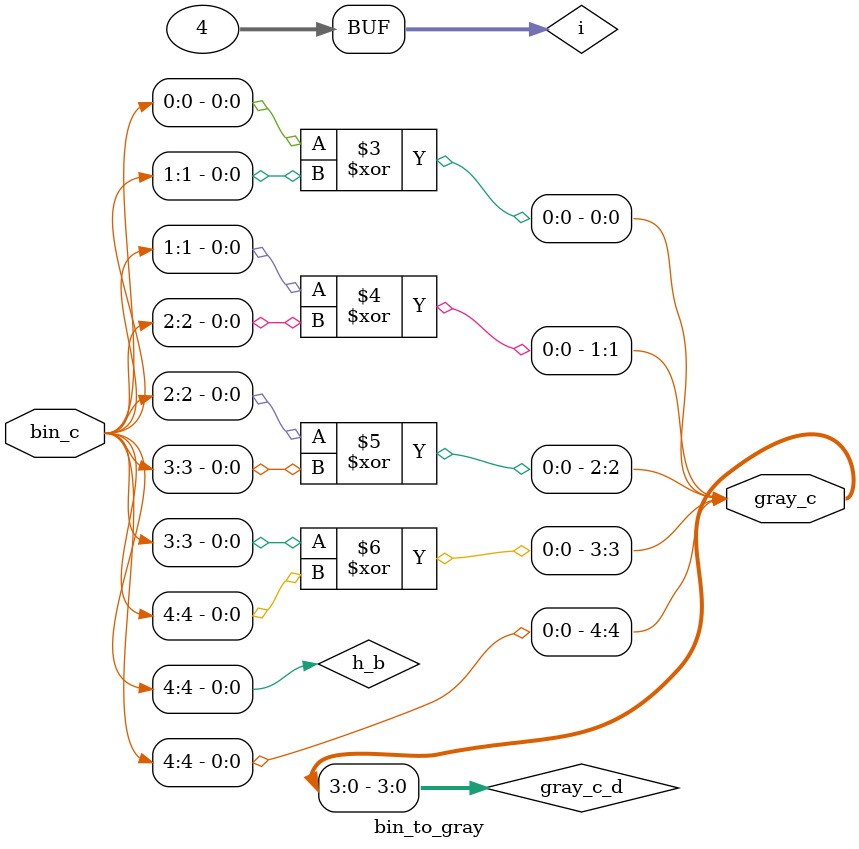
<source format=v>
module bin_to_gray #(
    parameter WIDTH_D = 5
) (
    input  wire [WIDTH_D-1:0] bin_c,
    output wire [WIDTH_D-1:0] gray_c
);

    wire h_b;
    assign h_b = bin_c[WIDTH_D-1];

    reg     [WIDTH_D-2:0] gray_c_d;

    integer i;
    always @(*) begin
        for (i = 0; i < WIDTH_D - 1; i = i + 1) begin
            gray_c_d[i] = bin_c[i] ^ bin_c[i+1];
        end
    end

    assign gray_c = {h_b, gray_c_d};

endmodule  //bin_to_gray
</source>
